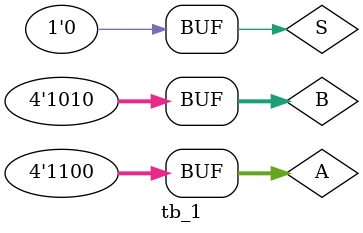
<source format=v>
`timescale 1ns/1ns

module tb_1
  #(parameter width = 4);

  wire [width-1:0] A, B;
  wire S;

  wire [width-1:0] SUM;
  wire V;

  binary_adder_subtracter_module binary_adder_subtracter(.a(A), .b(B), .s(S), .sum(SUM), .v(V));

  initial begin
    A = 4'b0001; B = 4'b0011; S = 0; // 1 + 3
    #10 A = 4'b0100; B = 4'b0010; S = 1; // 4 - 2
    #10 A = 4'b0100; B = 4'b0010; S = 1; // 2 - 4
    #10 A = 4'b0100; B = 4'b0110; S = 0; // 4 + 6, overflow about addition
    #10 A = 4'b1100; B = 4'b1010; S = 0; // (-4) + (-2), overflow about subtraction
  end

endmodule
</source>
